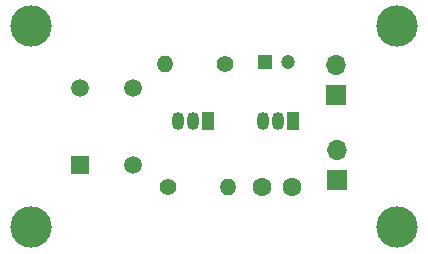
<source format=gbr>
%TF.GenerationSoftware,KiCad,Pcbnew,(5.1.12)-1*%
%TF.CreationDate,2023-08-19T11:40:11+05:30*%
%TF.ProjectId,burglar,62757267-6c61-4722-9e6b-696361645f70,rev?*%
%TF.SameCoordinates,Original*%
%TF.FileFunction,Copper,L1,Top*%
%TF.FilePolarity,Positive*%
%FSLAX46Y46*%
G04 Gerber Fmt 4.6, Leading zero omitted, Abs format (unit mm)*
G04 Created by KiCad (PCBNEW (5.1.12)-1) date 2023-08-19 11:40:11*
%MOMM*%
%LPD*%
G01*
G04 APERTURE LIST*
%TA.AperFunction,ComponentPad*%
%ADD10C,1.498000*%
%TD*%
%TA.AperFunction,ComponentPad*%
%ADD11R,1.498000X1.498000*%
%TD*%
%TA.AperFunction,ComponentPad*%
%ADD12O,1.400000X1.400000*%
%TD*%
%TA.AperFunction,ComponentPad*%
%ADD13C,1.400000*%
%TD*%
%TA.AperFunction,ComponentPad*%
%ADD14O,1.050000X1.500000*%
%TD*%
%TA.AperFunction,ComponentPad*%
%ADD15R,1.050000X1.500000*%
%TD*%
%TA.AperFunction,ComponentPad*%
%ADD16O,1.700000X1.700000*%
%TD*%
%TA.AperFunction,ComponentPad*%
%ADD17R,1.700000X1.700000*%
%TD*%
%TA.AperFunction,ComponentPad*%
%ADD18R,1.200000X1.200000*%
%TD*%
%TA.AperFunction,ComponentPad*%
%ADD19C,1.200000*%
%TD*%
%TA.AperFunction,ComponentPad*%
%ADD20C,1.600000*%
%TD*%
%TA.AperFunction,ViaPad*%
%ADD21C,3.500000*%
%TD*%
G04 APERTURE END LIST*
D10*
%TO.P,S1,4*%
%TO.N,Net-(C1-Pad2)*%
X113650000Y-105200000D03*
%TO.P,S1,2*%
%TO.N,Earth*%
X113650000Y-111700000D03*
%TO.P,S1,3*%
%TO.N,Net-(C1-Pad2)*%
X109150000Y-105200000D03*
D11*
%TO.P,S1,1*%
%TO.N,Earth*%
X109150000Y-111700000D03*
%TD*%
D12*
%TO.P,R2,2*%
%TO.N,Earth*%
X121680000Y-113600000D03*
D13*
%TO.P,R2,1*%
%TO.N,Net-(Q1-Pad3)*%
X116600000Y-113600000D03*
%TD*%
D12*
%TO.P,R1,2*%
%TO.N,Net-(C1-Pad2)*%
X116370000Y-103150000D03*
D13*
%TO.P,R1,1*%
%TO.N,Net-(BT1-Pad1)*%
X121450000Y-103150000D03*
%TD*%
D14*
%TO.P,Q2,2*%
%TO.N,Net-(Q1-Pad1)*%
X125930000Y-108000000D03*
%TO.P,Q2,3*%
%TO.N,Net-(C1-Pad1)*%
X124660000Y-108000000D03*
D15*
%TO.P,Q2,1*%
%TO.N,Net-(BT1-Pad1)*%
X127200000Y-108000000D03*
%TD*%
D14*
%TO.P,Q1,2*%
%TO.N,Net-(C1-Pad2)*%
X118730000Y-108000000D03*
%TO.P,Q1,3*%
%TO.N,Net-(Q1-Pad3)*%
X117460000Y-108000000D03*
D15*
%TO.P,Q1,1*%
%TO.N,Net-(Q1-Pad1)*%
X120000000Y-108000000D03*
%TD*%
D16*
%TO.P,LS1,2*%
%TO.N,Earth*%
X130900000Y-110460000D03*
D17*
%TO.P,LS1,1*%
%TO.N,Net-(C1-Pad1)*%
X130900000Y-113000000D03*
%TD*%
D18*
%TO.P,C2,1*%
%TO.N,Net-(BT1-Pad1)*%
X124800000Y-103000000D03*
D19*
%TO.P,C2,2*%
%TO.N,Earth*%
X126800000Y-103000000D03*
%TD*%
D20*
%TO.P,C1,1*%
%TO.N,Net-(C1-Pad1)*%
X127100000Y-113550000D03*
%TO.P,C1,2*%
%TO.N,Net-(C1-Pad2)*%
X124600000Y-113550000D03*
%TD*%
D17*
%TO.P,BT1,1*%
%TO.N,Net-(BT1-Pad1)*%
X130800000Y-105800000D03*
D16*
%TO.P,BT1,2*%
%TO.N,Earth*%
X130800000Y-103260000D03*
%TD*%
D21*
%TO.N,*%
X136000000Y-100000000D03*
X136000000Y-117000000D03*
X105000000Y-117000000D03*
X105000000Y-100000000D03*
%TD*%
M02*

</source>
